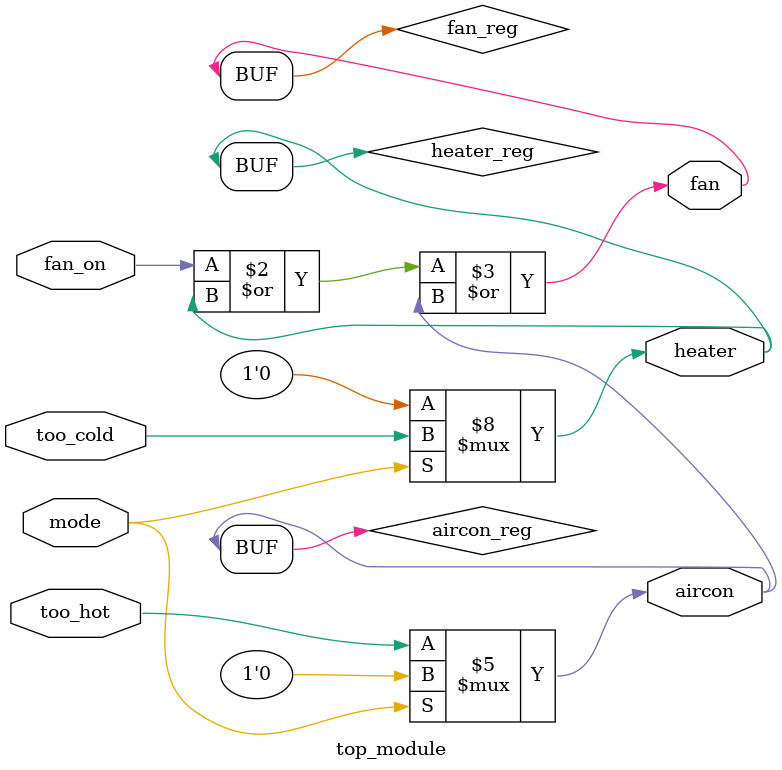
<source format=sv>
module top_module(
    input mode,
    input too_cold, 
    input too_hot,
    input fan_on,
    output heater,
    output aircon,
    output fan
);
    reg heater_reg;
    reg aircon_reg;
    reg fan_reg;

    always @(*) begin
        if (mode) begin  // heating mode
            heater_reg = too_cold;
            aircon_reg = 0;
        end else begin  // cooling mode
            heater_reg = 0;
            aircon_reg = too_hot;
        end

        fan_reg = fan_on | heater_reg | aircon_reg;
    end

    assign heater = heater_reg;
    assign aircon = aircon_reg;
    assign fan = fan_reg;
endmodule

</source>
